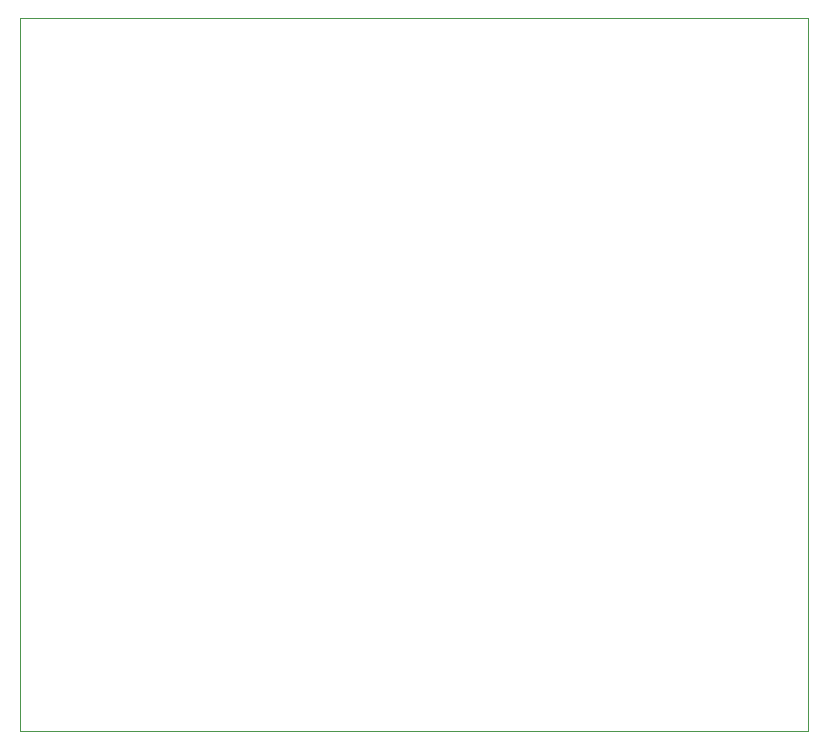
<source format=gm1>
G04 #@! TF.GenerationSoftware,KiCad,Pcbnew,(5.1.6)-1*
G04 #@! TF.CreationDate,2021-02-12T18:31:39+01:00*
G04 #@! TF.ProjectId,keyface,6b657966-6163-4652-9e6b-696361645f70,rev?*
G04 #@! TF.SameCoordinates,Original*
G04 #@! TF.FileFunction,Profile,NP*
%FSLAX46Y46*%
G04 Gerber Fmt 4.6, Leading zero omitted, Abs format (unit mm)*
G04 Created by KiCad (PCBNEW (5.1.6)-1) date 2021-02-12 18:31:39*
%MOMM*%
%LPD*%
G01*
G04 APERTURE LIST*
G04 #@! TA.AperFunction,Profile*
%ADD10C,0.050000*%
G04 #@! TD*
G04 APERTURE END LIST*
D10*
X89535000Y-114300000D02*
X89535000Y-53975000D01*
X156210000Y-114300000D02*
X89535000Y-114300000D01*
X156210000Y-53975000D02*
X156210000Y-114300000D01*
X89535000Y-53975000D02*
X156210000Y-53975000D01*
M02*

</source>
